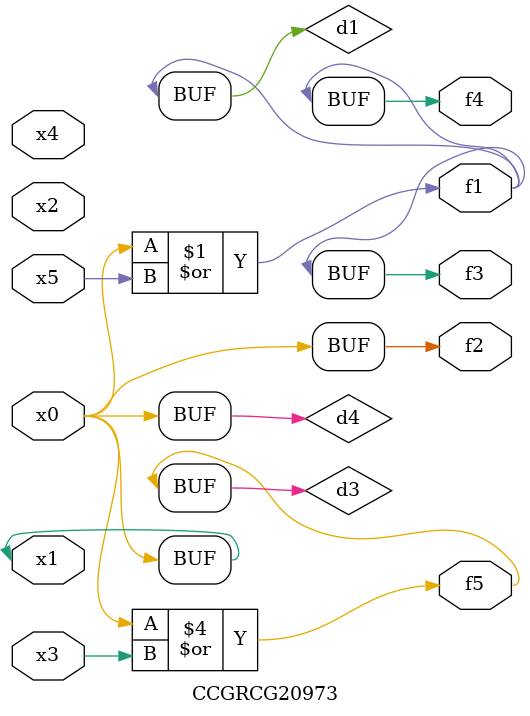
<source format=v>
module CCGRCG20973(
	input x0, x1, x2, x3, x4, x5,
	output f1, f2, f3, f4, f5
);

	wire d1, d2, d3, d4;

	or (d1, x0, x5);
	xnor (d2, x1, x4);
	or (d3, x0, x3);
	buf (d4, x0, x1);
	assign f1 = d1;
	assign f2 = d4;
	assign f3 = d1;
	assign f4 = d1;
	assign f5 = d3;
endmodule

</source>
